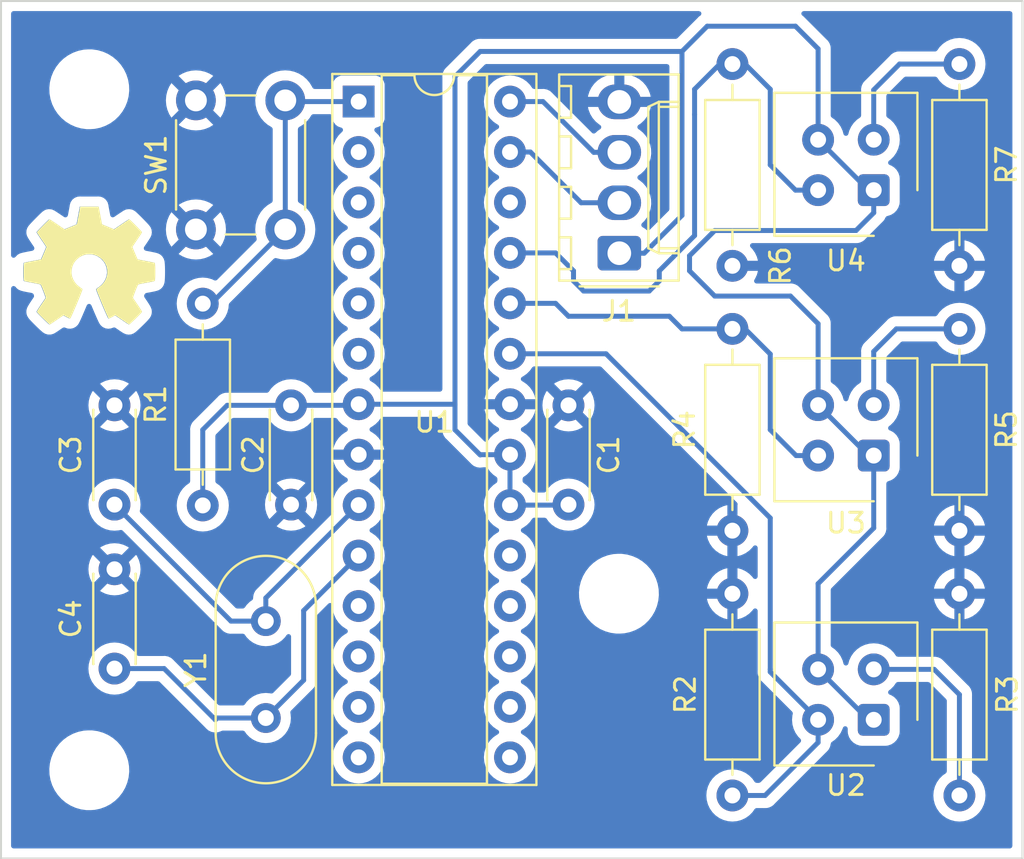
<source format=kicad_pcb>
(kicad_pcb (version 20211014) (generator pcbnew)
  (title_block (title "Line tracking sensor board") (date "2022-01-08") (rev "0.1.0") (comment 1 "Location: https://github.com/atlas144/mals") (comment 2 "SPDX-License-Identifier: CERN-OHL-S-2.0") (comment 3 "Author: Jakub Švarc (jakubsvarc@protonmail.com)"))
  (layers (0 "F.Cu" signal) (31 "B.Cu" signal) (34 "B.Paste" user) (35 "F.Paste" user) (36 "B.SilkS" user "B.Silkscreen") (37 "F.SilkS" user "F.Silkscreen") (38 "B.Mask" user) (39 "F.Mask" user) (44 "Edge.Cuts" user))
  (net 0 "")
  (net 1 "+5V")
  (net 2 "GND")
  (net 3 "Net-(C3-Pad1)")
  (net 4 "Net-(C4-Pad1)")
  (net 5 "Net-(U1-Pad27)")
  (net 6 "Net-(U1-Pad28)")
  (net 7 "Net-(R1-Pad2)")
  (net 8 "Net-(U2-Pad4)")
  (net 9 "Net-(U2-Pad2)")
  (net 10 "Net-(U1-Pad24)")
  (net 11 "Net-(U3-Pad2)")
  (net 12 "Net-(U1-Pad25)")
  (net 13 "Net-(U4-Pad2)")
  (footprint "MountingHole:MountingHole_3mm" (layer "F.Cu") (at 53.0225 74.295)
    (fp_text reference "REF3" hide)
    (fp_text value "MountingHole_3mm" hide)
    (pad "" np_thru_hole circle locked (at 0 0) (size 3 3) (drill 3) (layers *.Cu *.Mask))
  )
  (footprint "Resistor_THT:R_Axial_DIN0207_L6.3mm_D2.5mm_P10.16mm_Horizontal" (layer "F.Cu") (at 96.8375 73.025 -90)
    (fp_text reference "R7" (at 5.08 -2.37 90) (layer "F.SilkS"))
    (fp_text value "220 Ω")
    (fp_line (start 1.81 -1.37) (end 1.81 1.37) (layer "F.SilkS") (width 0.12))
    (fp_line (start 1.04 0) (end 1.81 0) (layer "F.SilkS") (width 0.12))
    (fp_line (start 8.35 -1.37) (end 1.81 -1.37) (layer "F.SilkS") (width 0.12))
    (fp_line (start 8.35 1.37) (end 8.35 -1.37) (layer "F.SilkS") (width 0.12))
    (fp_line (start 9.12 0) (end 8.35 0) (layer "F.SilkS") (width 0.12))
    (fp_line (start 1.81 1.37) (end 8.35 1.37) (layer "F.SilkS") (width 0.12))
    (pad "1" thru_hole circle locked (at 0 0 270) (size 1.6 1.6) (drill 0.8) (layers *.Cu *.Mask) (net 13 "Net-(U4-Pad2)"))
    (pad "2" thru_hole oval locked (at 10.16 0 270) (size 1.6 1.6) (drill 0.8) (layers *.Cu *.Mask) (net 2 "GND"))
  )
  (footprint "Resistor_THT:R_Axial_DIN0207_L6.3mm_D2.5mm_P10.16mm_Horizontal" (layer "F.Cu") (at 85.4075 109.855 90)
    (fp_text reference "R2" (at 5.08 -2.37 90) (layer "F.SilkS"))
    (fp_text value "10 kΩ")
    (fp_line (start 9.12 0) (end 8.35 0) (layer "F.SilkS") (width 0.12))
    (fp_line (start 1.81 -1.37) (end 1.81 1.37) (layer "F.SilkS") (width 0.12))
    (fp_line (start 1.04 0) (end 1.81 0) (layer "F.SilkS") (width 0.12))
    (fp_line (start 1.81 1.37) (end 8.35 1.37) (layer "F.SilkS") (width 0.12))
    (fp_line (start 8.35 -1.37) (end 1.81 -1.37) (layer "F.SilkS") (width 0.12))
    (fp_line (start 8.35 1.37) (end 8.35 -1.37) (layer "F.SilkS") (width 0.12))
    (pad "1" thru_hole circle locked (at 0 0 90) (size 1.6 1.6) (drill 0.8) (layers *.Cu *.Mask) (net 8 "Net-(U2-Pad4)"))
    (pad "2" thru_hole oval locked (at 10.16 0 90) (size 1.6 1.6) (drill 0.8) (layers *.Cu *.Mask) (net 2 "GND"))
  )
  (footprint "Resistor_THT:R_Axial_DIN0207_L6.3mm_D2.5mm_P10.16mm_Horizontal" (layer "F.Cu") (at 58.7375 95.25 90)
    (fp_text reference "R1" (at 5.08 -2.37 90) (layer "F.SilkS"))
    (fp_text value "10 kΩ")
    (fp_line (start 8.35 -1.37) (end 1.81 -1.37) (layer "F.SilkS") (width 0.12))
    (fp_line (start 1.81 -1.37) (end 1.81 1.37) (layer "F.SilkS") (width 0.12))
    (fp_line (start 1.81 1.37) (end 8.35 1.37) (layer "F.SilkS") (width 0.12))
    (fp_line (start 8.35 1.37) (end 8.35 -1.37) (layer "F.SilkS") (width 0.12))
    (fp_line (start 1.04 0) (end 1.81 0) (layer "F.SilkS") (width 0.12))
    (fp_line (start 9.12 0) (end 8.35 0) (layer "F.SilkS") (width 0.12))
    (pad "1" thru_hole circle locked (at 0 0 90) (size 1.6 1.6) (drill 0.8) (layers *.Cu *.Mask) (net 1 "+5V"))
    (pad "2" thru_hole oval locked (at 10.16 0 90) (size 1.6 1.6) (drill 0.8) (layers *.Cu *.Mask) (net 7 "Net-(R1-Pad2)"))
  )
  (footprint "OptoDevice:Vishay_CNY70" (layer "F.Cu") (at 92.5225 92.74 180)
    (fp_text reference "U3" (at 1.4 -3.399) (layer "F.SilkS"))
    (fp_text value "CNY70")
    (fp_line (start 5 4.9) (end 5 -2.3) (layer "F.SilkS") (width 0.12))
    (fp_line (start -2.2 0) (end -2.2 4.9) (layer "F.SilkS") (width 0.12))
    (fp_line (start 5 -2.3) (end 0 -2.3) (layer "F.SilkS") (width 0.12))
    (fp_line (start -2.2 4.9) (end 5 4.9) (layer "F.SilkS") (width 0.12))
    (pad "1" thru_hole roundrect locked (at 0 0 180) (size 1.6 1.6) (drill 0.8) (layers *.Cu *.Mask) (roundrect_rratio 0.156) (net 1 "+5V"))
    (pad "2" thru_hole circle locked (at 0 2.54 180) (size 1.6 1.6) (drill 0.8) (layers *.Cu *.Mask) (net 11 "Net-(U3-Pad2)"))
    (pad "3" thru_hole circle locked (at 2.8 2.54 180) (size 1.6 1.6) (drill 0.8) (layers *.Cu *.Mask) (net 1 "+5V"))
    (pad "4" thru_hole circle locked (at 2.8 0 180) (size 1.6 1.6) (drill 0.8) (layers *.Cu *.Mask) (net 10 "Net-(U1-Pad24)"))
  )
  (footprint "Resistor_THT:R_Axial_DIN0207_L6.3mm_D2.5mm_P10.16mm_Horizontal" (layer "F.Cu") (at 85.4075 86.36 -90)
    (fp_text reference "R4" (at 5.08 2.413 90) (layer "F.SilkS"))
    (fp_text value "10 kΩ")
    (fp_line (start 8.35 1.37) (end 8.35 -1.37) (layer "F.SilkS") (width 0.12))
    (fp_line (start 1.04 0) (end 1.81 0) (layer "F.SilkS") (width 0.12))
    (fp_line (start 8.35 -1.37) (end 1.81 -1.37) (layer "F.SilkS") (width 0.12))
    (fp_line (start 1.81 -1.37) (end 1.81 1.37) (layer "F.SilkS") (width 0.12))
    (fp_line (start 9.12 0) (end 8.35 0) (layer "F.SilkS") (width 0.12))
    (fp_line (start 1.81 1.37) (end 8.35 1.37) (layer "F.SilkS") (width 0.12))
    (pad "1" thru_hole circle locked (at 0 0 270) (size 1.6 1.6) (drill 0.8) (layers *.Cu *.Mask) (net 10 "Net-(U1-Pad24)"))
    (pad "2" thru_hole oval locked (at 10.16 0 270) (size 1.6 1.6) (drill 0.8) (layers *.Cu *.Mask) (net 2 "GND"))
  )
  (footprint "Resistor_THT:R_Axial_DIN0207_L6.3mm_D2.5mm_P10.16mm_Horizontal" (layer "F.Cu") (at 96.8375 109.855 90)
    (fp_text reference "R3" (at 5.08 2.413 90) (layer "F.SilkS"))
    (fp_text value "220 Ω")
    (fp_line (start 1.81 1.37) (end 8.35 1.37) (layer "F.SilkS") (width 0.12))
    (fp_line (start 1.04 0) (end 1.81 0) (layer "F.SilkS") (width 0.12))
    (fp_line (start 1.81 -1.37) (end 1.81 1.37) (layer "F.SilkS") (width 0.12))
    (fp_line (start 8.35 -1.37) (end 1.81 -1.37) (layer "F.SilkS") (width 0.12))
    (fp_line (start 8.35 1.37) (end 8.35 -1.37) (layer "F.SilkS") (width 0.12))
    (fp_line (start 9.12 0) (end 8.35 0) (layer "F.SilkS") (width 0.12))
    (pad "1" thru_hole circle locked (at 0 0 90) (size 1.6 1.6) (drill 0.8) (layers *.Cu *.Mask) (net 9 "Net-(U2-Pad2)"))
    (pad "2" thru_hole oval locked (at 10.16 0 90) (size 1.6 1.6) (drill 0.8) (layers *.Cu *.Mask) (net 2 "GND"))
  )
  (footprint "Capacitor_THT:C_Disc_D4.3mm_W1.9mm_P5.00mm" (layer "F.Cu") (at 77.1525 95.21 90)
    (fp_text reference "C1" (at 2.5 2.032 90) (layer "F.SilkS"))
    (fp_text value "100 nF")
    (fp_line (start 0.23 1.07) (end 4.77 1.07) (layer "F.SilkS") (width 0.12))
    (fp_line (start 0.23 1.055) (end 0.23 1.07) (layer "F.SilkS") (width 0.12))
    (fp_line (start 4.77 -1.07) (end 4.77 -1.055) (layer "F.SilkS") (width 0.12))
    (fp_line (start 4.77 1.055) (end 4.77 1.07) (layer "F.SilkS") (width 0.12))
    (fp_line (start 0.23 -1.07) (end 4.77 -1.07) (layer "F.SilkS") (width 0.12))
    (fp_line (start 0.23 -1.07) (end 0.23 -1.055) (layer "F.SilkS") (width 0.12))
    (pad "1" thru_hole circle locked (at 0 0 90) (size 1.6 1.6) (drill 0.8) (layers *.Cu *.Mask) (net 1 "+5V"))
    (pad "2" thru_hole circle locked (at 5 0 90) (size 1.6 1.6) (drill 0.8) (layers *.Cu *.Mask) (net 2 "GND"))
  )
  (footprint "MountingHole:MountingHole_3mm" (layer "F.Cu") (at 79.6925 99.695)
    (fp_text reference "REF5" hide)
    (fp_text value "MountingHole_3mm" hide)
    (pad "" np_thru_hole circle locked (at 0 0) (size 3 3) (drill 3) (layers *.Cu *.Mask))
  )
  (footprint "Button_Switch_THT:SW_PUSH_6mm_H5mm" (layer "F.Cu") (at 58.3925 81.355 90)
    (fp_text reference "SW1" (at 3.25 -2 90) (layer "F.SilkS"))
    (fp_text value "SW_Push")
    (fp_line (start 6.75 3) (end 6.75 1.5) (layer "F.SilkS") (width 0.12))
    (fp_line (start 1 5.5) (end 5.5 5.5) (layer "F.SilkS") (width 0.12))
    (fp_line (start -0.25 1.5) (end -0.25 3) (layer "F.SilkS") (width 0.12))
    (fp_line (start 5.5 -1) (end 1 -1) (layer "F.SilkS") (width 0.12))
    (pad "1" thru_hole circle locked (at 0 0 180) (size 2 2) (drill 1.1) (layers *.Cu *.Mask) (net 2 "GND"))
    (pad "1" thru_hole circle locked (at 6.5 0 180) (size 2 2) (drill 1.1) (layers *.Cu *.Mask) (net 2 "GND"))
    (pad "2" thru_hole circle locked (at 6.5 4.5 180) (size 2 2) (drill 1.1) (layers *.Cu *.Mask) (net 7 "Net-(R1-Pad2)"))
    (pad "2" thru_hole circle locked (at 0 4.5 180) (size 2 2) (drill 1.1) (layers *.Cu *.Mask) (net 7 "Net-(R1-Pad2)"))
  )
  (footprint "OptoDevice:Vishay_CNY70" (layer "F.Cu") (at 92.5225 79.375 180)
    (fp_text reference "U4" (at 1.4 -3.556) (layer "F.SilkS"))
    (fp_text value "CNY70")
    (fp_line (start -2.2 4.9) (end 5 4.9) (layer "F.SilkS") (width 0.12))
    (fp_line (start 5 -2.3) (end 0 -2.3) (layer "F.SilkS") (width 0.12))
    (fp_line (start -2.2 0) (end -2.2 4.9) (layer "F.SilkS") (width 0.12))
    (fp_line (start 5 4.9) (end 5 -2.3) (layer "F.SilkS") (width 0.12))
    (pad "1" thru_hole roundrect locked (at 0 0 180) (size 1.6 1.6) (drill 0.8) (layers *.Cu *.Mask) (roundrect_rratio 0.156) (net 1 "+5V"))
    (pad "2" thru_hole circle locked (at 0 2.54 180) (size 1.6 1.6) (drill 0.8) (layers *.Cu *.Mask) (net 13 "Net-(U4-Pad2)"))
    (pad "3" thru_hole circle locked (at 2.8 2.54 180) (size 1.6 1.6) (drill 0.8) (layers *.Cu *.Mask) (net 1 "+5V"))
    (pad "4" thru_hole circle locked (at 2.8 0 180) (size 1.6 1.6) (drill 0.8) (layers *.Cu *.Mask) (net 12 "Net-(U1-Pad25)"))
  )
  (footprint "Capacitor_THT:C_Disc_D4.3mm_W1.9mm_P5.00mm" (layer "F.Cu") (at 63.1825 90.21 -90)
    (fp_text reference "C2" (at 2.5 1.905 90) (layer "F.SilkS"))
    (fp_text value "100 nF")
    (fp_line (start 0.23 1.07) (end 4.77 1.07) (layer "F.SilkS") (width 0.12))
    (fp_line (start 0.23 -1.07) (end 0.23 -1.055) (layer "F.SilkS") (width 0.12))
    (fp_line (start 4.77 1.055) (end 4.77 1.07) (layer "F.SilkS") (width 0.12))
    (fp_line (start 4.77 -1.07) (end 4.77 -1.055) (layer "F.SilkS") (width 0.12))
    (fp_line (start 0.23 1.055) (end 0.23 1.07) (layer "F.SilkS") (width 0.12))
    (fp_line (start 0.23 -1.07) (end 4.77 -1.07) (layer "F.SilkS") (width 0.12))
    (pad "1" thru_hole circle locked (at 0 0 270) (size 1.6 1.6) (drill 0.8) (layers *.Cu *.Mask) (net 1 "+5V"))
    (pad "2" thru_hole circle locked (at 5 0 270) (size 1.6 1.6) (drill 0.8) (layers *.Cu *.Mask) (net 2 "GND"))
  )
  (footprint "Symbol:OSHW-Symbol_6.7x6mm_SilkScreen" (layer "F.Cu") (at 53.0225 83.185)
    (fp_text reference "REF2" hide)
    (fp_text value "OSHW-Symbol_6.7x6mm_SilkScreen" hide)
    (fp_poly (pts (xy 0.555814 -2.531069) (xy 0.639635 -2.086445) (xy 0.94892 -1.958947) (xy 1.258206 -1.831449) (xy 1.629246 -2.083754) (xy 1.733157 -2.154004) (xy 1.827087 -2.216728) (xy 1.906652 -2.269062) (xy 1.96747 -2.308143) (xy 2.005157 -2.331107) (xy 2.015421 -2.336058) (xy 2.03391 -2.323324) (xy 2.07342 -2.288118) (xy 2.129522 -2.234938) (xy 2.197787 -2.168282) (xy 2.273786 -2.092646) (xy 2.353092 -2.012528) (xy 2.431275 -1.932426) (xy 2.503907 -1.856836) (xy 2.566559 -1.790255) (xy 2.614803 -1.737182) (xy 2.64421 -1.702113) (xy 2.651241 -1.690377) (xy 2.641123 -1.66874) (xy 2.612759 -1.621338) (xy 2.569129 -1.552807) (xy 2.513218 -1.467785) (xy 2.448006 -1.370907) (xy 2.410219 -1.31565) (xy 2.341343 -1.214752) (xy 2.28014 -1.123701) (xy 2.229578 -1.04703) (xy 2.192628 -0.989272) (xy 2.172258 -0.954957) (xy 2.169197 -0.947746) (xy 2.176136 -0.927252) (xy 2.195051 -0.879487) (xy 2.223087 -0.811168) (xy 2.257391 -0.729011) (xy 2.295109 -0.63973) (xy 2.333387 -0.550042) (xy 2.36937 -0.466662) (xy 2.400206 -0.396306) (xy 2.423039 -0.34569) (xy 2.435017 -0.321529) (xy 2.435724 -0.320578) (xy 2.454531 -0.315964) (xy 2.504618 -0.305672) (xy 2.580793 -0.290713) (xy 2.677865 -0.272099) (xy 2.790643 -0.250841) (xy 2.856442 -0.238582) (xy 2.97695 -0.215638) (xy 3.085797 -0.193805) (xy 3.177476 -0.174278) (xy 3.246481 -0.158252) (xy 3.287304 -0.146921) (xy 3.295511 -0.143326) (xy 3.303548 -0.118994) (xy 3.310033 -0.064041) (xy 3.31497 0.015108) (xy 3.318364 0.112026) (xy 3.320218 0.220287) (xy 3.320538 0.333465) (xy 3.319327 0.445135) (xy 3.31659 0.548868) (xy 3.312331 0.638241) (xy 3.306555 0.706826) (xy 3.299267 0.748197) (xy 3.294895 0.75681) (xy 3.268764 0.767133) (xy 3.213393 0.781892) (xy 3.136107 0.799352) (xy 3.04423 0.81778) (xy 3.012158 0.823741) (xy 2.857524 0.852066) (xy 2.735375 0.874876) (xy 2.641673 0.89308) (xy 2.572384 0.907583) (xy 2.523471 0.919292) (xy 2.490897 0.929115) (xy 2.470628 0.937956) (xy 2.458626 0.946724) (xy 2.456947 0.948457) (xy 2.440184 0.976371) (xy 2.414614 1.030695) (xy 2.382788 1.104777) (xy 2.34726 1.191965) (xy 2.310583 1.285608) (xy 2.275311 1.379052) (xy 2.243996 1.465647) (xy 2.219193 1.53874) (xy 2.203454 1.591678) (xy 2.199332 1.617811) (xy 2.199676 1.618726) (xy 2.213641 1.640086) (xy 2.245322 1.687084) (xy 2.291391 1.754827) (xy 2.348518 1.838423) (xy 2.413373 1.932982) (xy 2.431843 1.959854) (xy 2.497699 2.057275) (xy 2.55565 2.146163) (xy 2.602538 2.221412) (xy 2.635207 2.27792) (xy 2.6505 2.310581) (xy 2.651241 2.314593) (xy 2.638392 2.335684) (xy 2.602888 2.377464) (xy 2.549293 2.435445) (xy 2.482171 2.505135) (xy 2.406087 2.582045) (xy 2.325604 2.661683) (xy 2.245287 2.739561) (xy 2.169699 2.811186) (xy 2.103405 2.87207) (xy 2.050969 2.917721) (xy 2.016955 2.94365) (xy 2.007545 2.947883) (xy 1.985643 2.937912) (xy 1.9408 2.91102) (xy 1.880321 2.871736) (xy 1.833789 2.840117) (xy 1.749475 2.782098) (xy 1.649626 2.713784) (xy 1.549473 2.645579) (xy 1.495627 2.609075) (xy 1.313371 2.4858) (xy 1.160381 2.56852) (xy 1.090682 2.604759) (xy 1.031414 2.632926) (xy 0.991311 2.648991) (xy 0.981103 2.651226) (xy 0.968829 2.634722) (xy 0.944613 2.588082) (xy 0.910263 2.515609) (xy 0.867588 2.421606) (xy 0.818394 2.310374) (xy 0.76449 2.186215) (xy 0.707684 2.053432) (xy 0.649782 1.916327) (xy 0.592593 1.779202) (xy 0.537924 1.646358) (xy 0.487584 1.522098) (xy 0.44338 1.410725) (xy 0.407119 1.316539) (xy 0.380609 1.243844) (xy 0.365658 1.196941) (xy 0.363254 1.180833) (xy 0.382311 1.160286) (xy 0.424036 1.126933) (xy 0.479706 1.087702) (xy 0.484378 1.084599) (xy 0.628264 0.969423) (xy 0.744283 0.835053) (xy 0.83143 0.685784) (xy 0.888699 0.525913) (xy 0.915086 0.359737) (xy 0.909585 0.191552) (xy 0.87119 0.025655) (xy 0.798895 -0.133658) (xy 0.777626 -0.168513) (xy 0.666996 -0.309263) (xy 0.536302 -0.422286) (xy 0.390064 -0.506997) (xy 0.232808 -0.562806) (xy 0.069057 -0.589126) (xy -0.096667 -0.58537) (xy -0.259838 -0.55095) (xy -0.415935 -0.485277) (xy -0.560433 -0.387765) (xy -0.605131 -0.348187) (xy -0.718888 -0.224297) (xy -0.801782 -0.093876) (xy -0.858644 0.052315) (xy -0.890313 0.197088) (xy -0.898131 0.35986) (xy -0.872062 0.52344) (xy -0.814755 0.682298) (xy -0.728856 0.830906) (xy -0.617014 0.963735) (xy -0.481877 1.075256) (xy -0.464117 1.087011) (xy -0.40785 1.125508) (xy -0.365077 1.158863) (xy -0.344628 1.18016) (xy -0.344331 1.180833) (xy -0.348721 1.203871) (xy -0.366124 1.256157) (xy -0.394732 1.33339) (xy -0.432735 1.431268) (xy -0.478326 1.545491) (xy -0.529697 1.671758) (xy -0.585038 1.805767) (xy -0.642542 1.943218) (xy -0.700399 2.079808) (xy -0.756802 2.211237) (xy -0.809942 2.333205) (xy -0.85801 2.441409) (xy -0.899199 2.531549) (xy -0.931699 2.599323) (xy -0.953703 2.64043) (xy -0.962564 2.651226) (xy -0.98964 2.642819) (xy -1.040303 2.620272) (xy -1.105817 2.587613) (xy -1.141841 2.56852) (xy -1.294832 2.4858) (xy -1.477088 2.609075) (xy -1.570125 2.672228) (xy -1.671985 2.741727) (xy -1.767438 2.807165) (xy -1.81525 2.840117) (xy -1.882495 2.885273) (xy -1.939436 2.921057) (xy -1.978646 2.942938) (xy -1.991381 2.947563) (xy -2.009917 2.935085) (xy -2.050941 2.900252) (xy -2.110475 2.846678) (xy -2.184542 2.777983) (xy -2.269165 2.697781) (xy -2.322685 2.646286) (xy -2.416319 2.554286) (xy -2.497241 2.471999) (xy -2.562177 2.402945) (xy -2.607858 2.350644) (xy -2.631011 2.318616) (xy -2.633232 2.312116) (xy -2.622924 2.287394) (xy -2.594439 2.237405) (xy -2.550937 2.167212) (xy -2.495577 2.081875) (xy -2.43152 1.986456) (xy -2.413303 1.959854) (xy -2.346927 1.863167) (xy -2.287378 1.776117) (xy -2.237984 1.703595) (xy -2.202075 1.650493) (xy -2.182981 1.621703) (xy -2.181136 1.618726) (xy -2.183895 1.595782) (xy -2.198538 1.545336) (xy -2.222513 1.474041) (xy -2.253266 1.388547) (xy -2.288244 1.295507) (xy -2.324893 1.201574) (xy -2.360661 1.113399) (xy -2.392994 1.037634) (xy -2.419338 0.980931) (xy -2.437142 0.949943) (xy -2.438407 0.948457) (xy -2.449294 0.939601) (xy -2.467682 0.930843) (xy -2.497606 0.921277) (xy -2.543103 0.909996) (xy -2.608209 0.896093) (xy -2.696961 0.878663) (xy -2.813393 0.856798) (xy -2.961542 0.829591) (xy -2.993618 0.823741) (xy -3.088686 0.805374) (xy -3.171565 0.787405) (xy -3.23493 0.771569) (xy -3.271458 0.7596) (xy -3.276356 0.75681) (xy -3.284427 0.732072) (xy -3.290987 0.67679) (xy -3.296033 0.597389) (xy -3.299559 0.500296) (xy -3.301561 0.391938) (xy -3.302036 0.27874) (xy -3.300977 0.167128) (xy -3.298382 0.063529) (xy -3.294246 -0.025632) (xy -3.288563 -0.093928) (xy -3.281331 -0.134934) (xy -3.276971 -0.143326) (xy -3.252698 -0.151792) (xy -3.197426 -0.165565) (xy -3.116662 -0.18345) (xy -3.015912 -0.204252) (xy -2.900683 -0.226777) (xy -2.837902 -0.238582) (xy -2.718787 -0.260849) (xy -2.612565 -0.281021) (xy -2.524427 -0.298085) (xy -2.459566 -0.311031) (xy -2.423174 -0.318845) (xy -2.417184 -0.320578) (xy -2.407061 -0.34011) (xy -2.385662 -0.387157) (xy -2.355839 -0.454997) (xy -2.320445 -0.536909) (xy -2.282332 -0.626172) (xy -2.244353 -0.716065) (xy -2.20936 -0.799865) (xy -2.180206 -0.870853) (xy -2.159743 -0.922306) (xy -2.150823 -0.947503) (xy -2.150657 -0.948604) (xy -2.160769 -0.968481) (xy -2.189117 -1.014223) (xy -2.232723 -1.081283) (xy -2.288606 -1.165116) (xy -2.353787 -1.261174) (xy -2.391679 -1.31635) (xy -2.460725 -1.417519) (xy -2.52205 -1.50937) (xy -2.572663 -1.587256) (xy -2.609571 -1.646531) (xy -2.629782 -1.682549) (xy -2.632701 -1.690623) (xy -2.620153 -1.709416) (xy -2.585463 -1.749543) (xy -2.533063 -1.806507) (xy -2.467384 -1.875815) (xy -2.392856 -1.952969) (xy -2.313913 -2.033475) (xy -2.234983 -2.112837) (xy -2.1605 -2.18656) (xy -2.094894 -2.250148) (xy -2.042596 -2.299106) (xy -2.008039 -2.328939) (xy -1.996478 -2.336058) (xy -1.977654 -2.326047) (xy -1.932631 -2.297922) (xy -1.865787 -2.254546) (xy -1.781499 -2.198782) (xy -1.684144 -2.133494) (xy -1.610707 -2.083754) (xy -1.239667 -1.831449) (xy -0.621095 -2.086445) (xy -0.537275 -2.531069) (xy -0.453454 -2.975693) (xy 0.471994 -2.975693) (xy 0.555814 -2.531069)) (layer "F.SilkS") (width 0.01) (fill solid))
  )
  (footprint "MountingHole:MountingHole_3mm" (layer "F.Cu") (at 53.0225 108.585)
    (fp_text reference "REF4" hide)
    (fp_text value "MountingHole_3mm" hide)
    (pad "" np_thru_hole circle locked (at 0 0) (size 3 3) (drill 3) (layers *.Cu *.Mask))
  )
  (footprint "Capacitor_THT:C_Disc_D4.3mm_W1.9mm_P5.00mm" (layer "F.Cu") (at 54.2925 95.21 90)
    (fp_text reference "C3" (at 2.5 -2.2 90) (layer "F.SilkS"))
    (fp_text value "22 pF")
    (fp_line (start 4.77 -1.07) (end 4.77 -1.055) (layer "F.SilkS") (width 0.12))
    (fp_line (start 0.23 -1.07) (end 4.77 -1.07) (layer "F.SilkS") (width 0.12))
    (fp_line (start 0.23 1.07) (end 4.77 1.07) (layer "F.SilkS") (width 0.12))
    (fp_line (start 4.77 1.055) (end 4.77 1.07) (layer "F.SilkS") (width 0.12))
    (fp_line (start 0.23 -1.07) (end 0.23 -1.055) (layer "F.SilkS") (width 0.12))
    (fp_line (start 0.23 1.055) (end 0.23 1.07) (layer "F.SilkS") (width 0.12))
    (pad "1" thru_hole circle locked (at 0 0 90) (size 1.6 1.6) (drill 0.8) (layers *.Cu *.Mask) (net 3 "Net-(C3-Pad1)"))
    (pad "2" thru_hole circle locked (at 5 0 90) (size 1.6 1.6) (drill 0.8) (layers *.Cu *.Mask) (net 2 "GND"))
  )
  (footprint "Resistor_THT:R_Axial_DIN0207_L6.3mm_D2.5mm_P10.16mm_Horizontal" (layer "F.Cu") (at 85.4075 73.025 -90)
    (fp_text reference "R6" (at 10.16 -2.413 90) (layer "F.SilkS"))
    (fp_text value "10 kΩ")
    (fp_line (start 1.04 0) (end 1.81 0) (layer "F.SilkS") (width 0.12))
    (fp_line (start 8.35 1.37) (end 8.35 -1.37) (layer "F.SilkS") (width 0.12))
    (fp_line (start 1.81 -1.37) (end 1.81 1.37) (layer "F.SilkS") (width 0.12))
    (fp_line (start 8.35 -1.37) (end 1.81 -1.37) (layer "F.SilkS") (width 0.12))
    (fp_line (start 1.81 1.37) (end 8.35 1.37) (layer "F.SilkS") (width 0.12))
    (fp_line (start 9.12 0) (end 8.35 0) (layer "F.SilkS") (width 0.12))
    (pad "1" thru_hole circle locked (at 0 0 270) (size 1.6 1.6) (drill 0.8) (layers *.Cu *.Mask) (net 12 "Net-(U1-Pad25)"))
    (pad "2" thru_hole oval locked (at 10.16 0 270) (size 1.6 1.6) (drill 0.8) (layers *.Cu *.Mask) (net 2 "GND"))
  )
  (footprint "Capacitor_THT:C_Disc_D4.3mm_W1.9mm_P5.00mm" (layer "F.Cu") (at 54.2925 103.465 90)
    (fp_text reference "C4" (at 2.5 -2.2 90) (layer "F.SilkS"))
    (fp_text value "22 pF")
    (fp_line (start 4.77 -1.07) (end 4.77 -1.055) (layer "F.SilkS") (width 0.12))
    (fp_line (start 0.23 1.07) (end 4.77 1.07) (layer "F.SilkS") (width 0.12))
    (fp_line (start 0.23 -1.07) (end 4.77 -1.07) (layer "F.SilkS") (width 0.12))
    (fp_line (start 0.23 1.055) (end 0.23 1.07) (layer "F.SilkS") (width 0.12))
    (fp_line (start 0.23 -1.07) (end 0.23 -1.055) (layer "F.SilkS") (width 0.12))
    (fp_line (start 4.77 1.055) (end 4.77 1.07) (layer "F.SilkS") (width 0.12))
    (pad "1" thru_hole circle locked (at 0 0 90) (size 1.6 1.6) (drill 0.8) (layers *.Cu *.Mask) (net 4 "Net-(C4-Pad1)"))
    (pad "2" thru_hole circle locked (at 5 0 90) (size 1.6 1.6) (drill 0.8) (layers *.Cu *.Mask) (net 2 "GND"))
  )
  (footprint "OptoDevice:Vishay_CNY70" (layer "F.Cu") (at 92.5225 106.045 180)
    (fp_text reference "U2" (at 1.4 -3.302) (layer "F.SilkS"))
    (fp_text value "CNY70")
    (fp_line (start 5 4.9) (end 5 -2.3) (layer "F.SilkS") (width 0.12))
    (fp_line (start 5 -2.3) (end 0 -2.3) (layer "F.SilkS") (width 0.12))
    (fp_line (start -2.2 0) (end -2.2 4.9) (layer "F.SilkS") (width 0.12))
    (fp_line (start -2.2 4.9) (end 5 4.9) (layer "F.SilkS") (width 0.12))
    (pad "1" thru_hole roundrect locked (at 0 0 180) (size 1.6 1.6) (drill 0.8) (layers *.Cu *.Mask) (roundrect_rratio 0.156) (net 1 "+5V"))
    (pad "2" thru_hole circle locked (at 0 2.54 180) (size 1.6 1.6) (drill 0.8) (layers *.Cu *.Mask) (net 9 "Net-(U2-Pad2)"))
    (pad "3" thru_hole circle locked (at 2.8 2.54 180) (size 1.6 1.6) (drill 0.8) (layers *.Cu *.Mask) (net 1 "+5V"))
    (pad "4" thru_hole circle locked (at 2.8 0 180) (size 1.6 1.6) (drill 0.8) (layers *.Cu *.Mask) (net 8 "Net-(U2-Pad4)"))
  )
  (footprint "Resistor_THT:R_Axial_DIN0207_L6.3mm_D2.5mm_P10.16mm_Horizontal" (layer "F.Cu") (at 96.8375 86.36 -90)
    (fp_text reference "R5" (at 5.08 -2.37 90) (layer "F.SilkS"))
    (fp_text value "220 Ω")
    (fp_line (start 8.35 -1.37) (end 1.81 -1.37) (layer "F.SilkS") (width 0.12))
    (fp_line (start 1.04 0) (end 1.81 0) (layer "F.SilkS") (width 0.12))
    (fp_line (start 8.35 1.37) (end 8.35 -1.37) (layer "F.SilkS") (width 0.12))
    (fp_line (start 9.12 0) (end 8.35 0) (layer "F.SilkS") (width 0.12))
    (fp_line (start 1.81 1.37) (end 8.35 1.37) (layer "F.SilkS") (width 0.12))
    (fp_line (start 1.81 -1.37) (end 1.81 1.37) (layer "F.SilkS") (width 0.12))
    (pad "1" thru_hole circle locked (at 0 0 270) (size 1.6 1.6) (drill 0.8) (layers *.Cu *.Mask) (net 11 "Net-(U3-Pad2)"))
    (pad "2" thru_hole oval locked (at 10.16 0 270) (size 1.6 1.6) (drill 0.8) (layers *.Cu *.Mask) (net 2 "GND"))
  )
  (footprint "Package_DIP:DIP-28_W7.62mm_Socket" (layer "F.Cu") (at 66.5875 74.915)
    (fp_text reference "U1" (at 3.81 16.144) (layer "F.SilkS"))
    (fp_text value "ATmega8L-8PU")
    (fp_line (start 6.46 34.35) (end 6.46 -1.33) (layer "F.SilkS") (width 0.12))
    (fp_line (start 8.95 34.41) (end 8.95 -1.39) (layer "F.SilkS") (width 0.12))
    (fp_line (start 6.46 -1.33) (end 4.81 -1.33) (layer "F.SilkS") (width 0.12))
    (fp_line (start 1.16 34.35) (end 6.46 34.35) (layer "F.SilkS") (width 0.12))
    (fp_line (start 1.16 -1.33) (end 1.16 34.35) (layer "F.SilkS") (width 0.12))
    (fp_line (start -1.33 -1.39) (end -1.33 34.41) (layer "F.SilkS") (width 0.12))
    (fp_line (start 2.81 -1.33) (end 1.16 -1.33) (layer "F.SilkS") (width 0.12))
    (fp_line (start -1.33 34.41) (end 8.95 34.41) (layer "F.SilkS") (width 0.12))
    (fp_line (start 8.95 -1.39) (end -1.33 -1.39) (layer "F.SilkS") (width 0.12))
    (fp_arc (start 4.81 -1.33) (mid 3.81 -0.33) (end 2.81 -1.33) (layer "F.SilkS") (width 0.12))
    (pad "1" thru_hole rect locked (at 0 0) (size 1.6 1.6) (drill 0.8) (layers *.Cu *.Mask) (net 7 "Net-(R1-Pad2)"))
    (pad "2" thru_hole oval locked (at 0 2.54) (size 1.6 1.6) (drill 0.8) (layers *.Cu *.Mask))
    (pad "3" thru_hole oval locked (at 0 5.08) (size 1.6 1.6) (drill 0.8) (layers *.Cu *.Mask))
    (pad "4" thru_hole oval locked (at 0 7.62) (size 1.6 1.6) (drill 0.8) (layers *.Cu *.Mask))
    (pad "5" thru_hole oval locked (at 0 10.16) (size 1.6 1.6) (drill 0.8) (layers *.Cu *.Mask))
    (pad "6" thru_hole oval locked (at 0 12.7) (size 1.6 1.6) (drill 0.8) (layers *.Cu *.Mask))
    (pad "7" thru_hole oval locked (at 0 15.24) (size 1.6 1.6) (drill 0.8) (layers *.Cu *.Mask) (net 1 "+5V"))
    (pad "8" thru_hole oval locked (at 0 17.78) (size 1.6 1.6) (drill 0.8) (layers *.Cu *.Mask) (net 2 "GND"))
    (pad "9" thru_hole oval locked (at 0 20.32) (size 1.6 1.6) (drill 0.8) (layers *.Cu *.Mask) (net 3 "Net-(C3-Pad1)"))
    (pad "10" thru_hole oval locked (at 0 22.86) (size 1.6 1.6) (drill 0.8) (layers *.Cu *.Mask) (net 4 "Net-(C4-Pad1)"))
    (pad "11" thru_hole oval locked (at 0 25.4) (size 1.6 1.6) (drill 0.8) (layers *.Cu *.Mask))
    (pad "12" thru_hole oval locked (at 0 27.94) (size 1.6 1.6) (drill 0.8) (layers *.Cu *.Mask))
    (pad "13" thru_hole oval locked (at 0 30.48) (size 1.6 1.6) (drill 0.8) (layers *.Cu *.Mask))
    (pad "14" thru_hole oval locked (at 0 33.02) (size 1.6 1.6) (drill 0.8) (layers *.Cu *.Mask))
    (pad "15" thru_hole oval locked (at 7.62 33.02) (size 1.6 1.6) (drill 0.8) (layers *.Cu *.Mask))
    (pad "16" thru_hole oval locked (at 7.62 30.48) (size 1.6 1.6) (drill 0.8) (layers *.Cu *.Mask))
    (pad "17" thru_hole oval locked (at 7.62 27.94) (size 1.6 1.6) (drill 0.8) (layers *.Cu *.Mask))
    (pad "18" thru_hole oval locked (at 7.62 25.4) (size 1.6 1.6) (drill 0.8) (layers *.Cu *.Mask))
    (pad "19" thru_hole oval locked (at 7.62 22.86) (size 1.6 1.6) (drill 0.8) (layers *.Cu *.Mask))
    (pad "20" thru_hole oval locked (at 7.62 20.32) (size 1.6 1.6) (drill 0.8) (layers *.Cu *.Mask) (net 1 "+5V"))
    (pad "21" thru_hole oval locked (at 7.62 17.78) (size 1.6 1.6) (drill 0.8) (layers *.Cu *.Mask) (net 1 "+5V"))
    (pad "22" thru_hole oval locked (at 7.62 15.24) (size 1.6 1.6) (drill 0.8) (layers *.Cu *.Mask) (net 2 "GND"))
    (pad "23" thru_hole oval locked (at 7.62 12.7) (size 1.6 1.6) (drill 0.8) (layers *.Cu *.Mask) (net 8 "Net-(U2-Pad4)"))
    (pad "24" thru_hole oval locked (at 7.62 10.16) (size 1.6 1.6) (drill 0.8) (layers *.Cu *.Mask) (net 10 "Net-(U1-Pad24)"))
    (pad "25" thru_hole oval locked (at 7.62 7.62) (size 1.6 1.6) (drill 0.8) (layers *.Cu *.Mask) (net 12 "Net-(U1-Pad25)"))
    (pad "26" thru_hole oval locked (at 7.62 5.08) (size 1.6 1.6) (drill 0.8) (layers *.Cu *.Mask))
    (pad "27" thru_hole oval locked (at 7.62 2.54) (size 1.6 1.6) (drill 0.8) (layers *.Cu *.Mask) (net 5 "Net-(U1-Pad27)"))
    (pad "28" thru_hole oval locked (at 7.62 0) (size 1.6 1.6) (drill 0.8) (layers *.Cu *.Mask) (net 6 "Net-(U1-Pad28)"))
  )
  (footprint "Crystal:Crystal_HC49-4H_Vertical" (layer "F.Cu") (at 61.9125 105.955 90)
    (fp_text reference "Y1" (at 2.44 -3.525 90) (layer "F.SilkS"))
    (fp_text value "16 MHz")
    (fp_line (start -0.76 -2.525) (end 5.64 -2.525) (layer "F.SilkS") (width 0.12))
    (fp_line (start -0.76 2.525) (end 5.64 2.525) (layer "F.SilkS") (width 0.12))
    (fp_arc (start 5.64 -2.525) (mid 8.165 0) (end 5.64 2.525) (layer "F.SilkS") (width 0.12))
    (fp_arc (start -0.76 2.525) (mid -3.285 0) (end -0.76 -2.525) (layer "F.SilkS") (width 0.12))
    (pad "1" thru_hole circle locked (at 0 0 90) (size 1.5 1.5) (drill 0.8) (layers *.Cu *.Mask) (net 4 "Net-(C4-Pad1)"))
    (pad "2" thru_hole circle locked (at 4.88 0 90) (size 1.5 1.5) (drill 0.8) (layers *.Cu *.Mask) (net 3 "Net-(C3-Pad1)"))
  )
  (footprint "Connector_Molex:Molex_KK-254_AE-6410-04A_1x04_P2.54mm_Vertical" (layer "F.Cu") (at 79.7125 82.55 90)
    (fp_text reference "J1" (at -2.921 -0.02 180) (layer "F.SilkS"))
    (fp_text value "TWI")
    (fp_line (start 0.25 1.46) (end 7.37 1.46) (layer "F.SilkS") (width 0.12))
    (fp_line (start 9 -3.03) (end -1.38 -3.03) (layer "F.SilkS") (width 0.12))
    (fp_line (start 7.37 1.46) (end 7.62 1.99) (layer "F.SilkS") (width 0.12))
    (fp_line (start 9 2.99) (end 9 -3.03) (layer "F.SilkS") (width 0.12))
    (fp_line (start 0 1.99) (end 0.25 1.46) (layer "F.SilkS") (width 0.12))
    (fp_line (start 1.74 -3.03) (end 1.74 -2.43) (layer "F.SilkS") (width 0.12))
    (fp_line (start -0.8 -2.43) (end 0.8 -2.43) (layer "F.SilkS") (width 0.12))
    (fp_line (start 3.34 -2.43) (end 3.34 -3.03) (layer "F.SilkS") (width 0.12))
    (fp_line (start 4.28 -3.03) (end 4.28 -2.43) (layer "F.SilkS") (width 0.12))
    (fp_line (start 0.25 2.99) (end 0.25 1.99) (layer "F.SilkS") (width 0.12))
    (fp_line (start 1.74 -2.43) (end 3.34 -2.43) (layer "F.SilkS") (width 0.12))
    (fp_line (start -1.38 2.99) (end 9 2.99) (layer "F.SilkS") (width 0.12))
    (fp_line (start 6.82 -2.43) (end 8.42 -2.43) (layer "F.SilkS") (width 0.12))
    (fp_line (start 0.8 -2.43) (end 0.8 -3.03) (layer "F.SilkS") (width 0.12))
    (fp_line (start 0 2.99) (end 0 1.99) (layer "F.SilkS") (width 0.12))
    (fp_line (start 4.28 -2.43) (end 5.88 -2.43) (layer "F.SilkS") (width 0.12))
    (fp_line (start 0 1.99) (end 7.62 1.99) (layer "F.SilkS") (width 0.12))
    (fp_line (start -0.8 -3.03) (end -0.8 -2.43) (layer "F.SilkS") (width 0.12))
    (fp_line (start -1.67 -2) (end -1.67 2) (layer "F.SilkS") (width 0.12))
    (fp_line (start 5.88 -2.43) (end 5.88 -3.03) (layer "F.SilkS") (width 0.12))
    (fp_line (start 8.42 -2.43) (end 8.42 -3.03) (layer "F.SilkS") (width 0.12))
    (fp_line (start -1.38 -3.03) (end -1.38 2.99) (layer "F.SilkS") (width 0.12))
    (fp_line (start 6.82 -3.03) (end 6.82 -2.43) (layer "F.SilkS") (width 0.12))
    (fp_line (start 7.37 2.99) (end 7.37 1.99) (layer "F.SilkS") (width 0.12))
    (fp_line (start 7.62 1.99) (end 7.62 2.99) (layer "F.SilkS") (width 0.12))
    (pad "1" thru_hole roundrect locked (at 0 0 90) (size 1.74 2.19) (drill 1.19) (layers *.Cu *.Mask) (roundrect_rratio 0.1436781609) (net 1 "+5V"))
    (pad "2" thru_hole oval locked (at 2.54 0 90) (size 1.74 2.19) (drill 1.19) (layers *.Cu *.Mask) (net 5 "Net-(U1-Pad27)"))
    (pad "3" thru_hole oval locked (at 5.08 0 90) (size 1.74 2.19) (drill 1.19) (layers *.Cu *.Mask) (net 6 "Net-(U1-Pad28)"))
    (pad "4" thru_hole oval locked (at 7.62 0 90) (size 1.74 2.19) (drill 1.19) (layers *.Cu *.Mask) (net 2 "GND"))
  )
  (footprint "Symbol:OSHW-Symbol_6.7x6mm_Copper" (layer "B.Cu") (at 53.0225 83.185 180)
    (fp_text reference "REF1" hide)
    (fp_text value "OSHW-Symbol_6.7x6mm_Copper" hide)
    (fp_poly (pts (xy 0.555814 2.531069) (xy 0.639635 2.086445) (xy 0.94892 1.958947) (xy 1.258206 1.831449) (xy 1.629246 2.083754) (xy 1.733157 2.154004) (xy 1.827087 2.216728) (xy 1.906652 2.269062) (xy 1.96747 2.308143) (xy 2.005157 2.331107) (xy 2.015421 2.336058) (xy 2.03391 2.323324) (xy 2.07342 2.288118) (xy 2.129522 2.234938) (xy 2.197787 2.168282) (xy 2.273786 2.092646) (xy 2.353092 2.012528) (xy 2.431275 1.932426) (xy 2.503907 1.856836) (xy 2.566559 1.790255) (xy 2.614803 1.737182) (xy 2.64421 1.702113) (xy 2.651241 1.690377) (xy 2.641123 1.66874) (xy 2.612759 1.621338) (xy 2.569129 1.552807) (xy 2.513218 1.467785) (xy 2.448006 1.370907) (xy 2.410219 1.31565) (xy 2.341343 1.214752) (xy 2.28014 1.123701) (xy 2.229578 1.04703) (xy 2.192628 0.989272) (xy 2.172258 0.954957) (xy 2.169197 0.947746) (xy 2.176136 0.927252) (xy 2.195051 0.879487) (xy 2.223087 0.811168) (xy 2.257391 0.729011) (xy 2.295109 0.63973) (xy 2.333387 0.550042) (xy 2.36937 0.466662) (xy 2.400206 0.396306) (xy 2.423039 0.34569) (xy 2.435017 0.321529) (xy 2.435724 0.320578) (xy 2.454531 0.315964) (xy 2.504618 0.305672) (xy 2.580793 0.290713) (xy 2.677865 0.272099) (xy 2.790643 0.250841) (xy 2.856442 0.238582) (xy 2.97695 0.215638) (xy 3.085797 0.193805) (xy 3.177476 0.174278) (xy 3.246481 0.158252) (xy 3.287304 0.146921) (xy 3.295511 0.143326) (xy 3.303548 0.118994) (xy 3.310033 0.064041) (xy 3.31497 -0.015108) (xy 3.318364 -0.112026) (xy 3.320218 -0.220287) (xy 3.320538 -0.333465) (xy 3.319327 -0.445135) (xy 3.31659 -0.548868) (xy 3.312331 -0.638241) (xy 3.306555 -0.706826) (xy 3.299267 -0.748197) (xy 3.294895 -0.75681) (xy 3.268764 -0.767133) (xy 3.213393 -0.781892) (xy 3.136107 -0.799352) (xy 3.04423 -0.81778) (xy 3.012158 -0.823741) (xy 2.857524 -0.852066) (xy 2.735375 -0.874876) (xy 2.641673 -0.89308) (xy 2.572384 -0.907583) (xy 2.523471 -0.919292) (xy 2.490897 -0.929115) (xy 2.470628 -0.937956) (xy 2.458626 -0.946724) (xy 2.456947 -0.948457) (xy 2.440184 -0.976371) (xy 2.414614 -1.030695) (xy 2.382788 -1.104777) (xy 2.34726 -1.191965) (xy 2.310583 -1.285608) (xy 2.275311 -1.379052) (xy 2.243996 -1.465647) (xy 2.219193 -1.53874) (xy 2.203454 -1.591678) (xy 2.199332 -1.617811) (xy 2.199676 -1.618726) (xy 2.213641 -1.640086) (xy 2.245322 -1.687084) (xy 2.291391 -1.754827) (xy 2.348518 -1.838423) (xy 2.413373 -1.932982) (xy 2.431843 -1.959854) (xy 2.497699 -2.057275) (xy 2.55565 -2.146163) (xy 2.602538 -2.221412) (xy 2.635207 -2.27792) (xy 2.6505 -2.310581) (xy 2.651241 -2.314593) (xy 2.638392 -2.335684) (xy 2.602888 -2.377464) (xy 2.549293 -2.435445) (xy 2.482171 -2.505135) (xy 2.406087 -2.582045) (xy 2.325604 -2.661683) (xy 2.245287 -2.739561) (xy 2.169699 -2.811186) (xy 2.103405 -2.87207) (xy 2.050969 -2.917721) (xy 2.016955 -2.94365) (xy 2.007545 -2.947883) (xy 1.985643 -2.937912) (xy 1.9408 -2.91102) (xy 1.880321 -2.871736) (xy 1.833789 -2.840117) (xy 1.749475 -2.782098) (xy 1.649626 -2.713784) (xy 1.549473 -2.645579) (xy 1.495627 -2.609075) (xy 1.313371 -2.4858) (xy 1.160381 -2.56852) (xy 1.090682 -2.604759) (xy 1.031414 -2.632926) (xy 0.991311 -2.648991) (xy 0.981103 -2.651226) (xy 0.968829 -2.634722) (xy 0.944613 -2.588082) (xy 0.910263 -2.515609) (xy 0.867588 -2.421606) (xy 0.818394 -2.310374) (xy 0.76449 -2.186215) (xy 0.707684 -2.053432) (xy 0.649782 -1.916327) (xy 0.592593 -1.779202) (xy 0.537924 -1.646358) (xy 0.487584 -1.522098) (xy 0.44338 -1.410725) (xy 0.407119 -1.316539) (xy 0.380609 -1.243844) (xy 0.365658 -1.196941) (xy 0.363254 -1.180833) (xy 0.382311 -1.160286) (xy 0.424036 -1.126933) (xy 0.479706 -1.087702) (xy 0.484378 -1.084599) (xy 0.628264 -0.969423) (xy 0.744283 -0.835053) (xy 0.83143 -0.685784) (xy 0.888699 -0.525913) (xy 0.915086 -0.359737) (xy 0.909585 -0.191552) (xy 0.87119 -0.025655) (xy 0.798895 0.133658) (xy 0.777626 0.168513) (xy 0.666996 0.309263) (xy 0.536302 0.422286) (xy 0.390064 0.506997) (xy 0.232808 0.562806) (xy 0.069057 0.589126) (xy -0.096667 0.58537) (xy -0.259838 0.55095) (xy -0.415935 0.485277) (xy -0.560433 0.387765) (xy -0.605131 0.348187) (xy -0.718888 0.224297) (xy -0.801782 0.093876) (xy -0.858644 -0.052315) (xy -0.890313 -0.197088) (xy -0.898131 -0.35986) (xy -0.872062 -0.52344) (xy -0.814755 -0.682298) (xy -0.728856 -0.830906) (xy -0.617014 -0.963735) (xy -0.481877 -1.075256) (xy -0.464117 -1.087011) (xy -0.40785 -1.125508) (xy -0.365077 -1.158863) (xy -0.344628 -1.18016) (xy -0.344331 -1.180833) (xy -0.348721 -1.203871) (xy -0.366124 -1.256157) (xy -0.394732 -1.33339) (xy -0.432735 -1.431268) (xy -0.478326 -1.545491) (xy -0.529697 -1.671758) (xy -0.585038 -1.805767) (xy -0.642542 -1.943218) (xy -0.700399 -2.079808) (xy -0.756802 -2.211237) (xy -0.809942 -2.333205) (xy -0.85801 -2.441409) (xy -0.899199 -2.531549) (xy -0.931699 -2.599323) (xy -0.953703 -2.64043) (xy -0.962564 -2.651226) (xy -0.98964 -2.642819) (xy -1.040303 -2.620272) (xy -1.105817 -2.587613) (xy -1.141841 -2.56852) (xy -1.294832 -2.4858) (xy -1.477088 -2.609075) (xy -1.570125 -2.672228) (xy -1.671985 -2.741727) (xy -1.767438 -2.807165) (xy -1.81525 -2.840117) (xy -1.882495 -2.885273) (xy -1.939436 -2.921057) (xy -1.978646 -2.942938) (xy -1.991381 -2.947563) (xy -2.009917 -2.935085) (xy -2.050941 -2.900252) (xy -2.110475 -2.846678) (xy -2.184542 -2.777983) (xy -2.269165 -2.697781) (xy -2.322685 -2.646286) (xy -2.416319 -2.554286) (xy -2.497241 -2.471999) (xy -2.562177 -2.402945) (xy -2.607858 -2.350644) (xy -2.631011 -2.318616) (xy -2.633232 -2.312116) (xy -2.622924 -2.287394) (xy -2.594439 -2.237405) (xy -2.550937 -2.167212) (xy -2.495577 -2.081875) (xy -2.43152 -1.986456) (xy -2.413303 -1.959854) (xy -2.346927 -1.863167) (xy -2.287378 -1.776117) (xy -2.237984 -1.703595) (xy -2.202075 -1.650493) (xy -2.182981 -1.621703) (xy -2.181136 -1.618726) (xy -2.183895 -1.595782) (xy -2.198538 -1.545336) (xy -2.222513 -1.474041) (xy -2.253266 -1.388547) (xy -2.288244 -1.295507) (xy -2.324893 -1.201574) (xy -2.360661 -1.113399) (xy -2.392994 -1.037634) (xy -2.419338 -0.980931) (xy -2.437142 -0.949943) (xy -2.438407 -0.948457) (xy -2.449294 -0.939601) (xy -2.467682 -0.930843) (xy -2.497606 -0.921277) (xy -2.543103 -0.909996) (xy -2.608209 -0.896093) (xy -2.696961 -0.878663) (xy -2.813393 -0.856798) (xy -2.961542 -0.829591) (xy -2.993618 -0.823741) (xy -3.088686 -0.805374) (xy -3.171565 -0.787405) (xy -3.23493 -0.771569) (xy -3.271458 -0.7596) (xy -3.276356 -0.75681) (xy -3.284427 -0.732072) (xy -3.290987 -0.67679) (xy -3.296033 -0.597389) (xy -3.299559 -0.500296) (xy -3.301561 -0.391938) (xy -3.302036 -0.27874) (xy -3.300977 -0.167128) (xy -3.298382 -0.063529) (xy -3.294246 0.025632) (xy -3.288563 0.093928) (xy -3.281331 0.134934) (xy -3.276971 0.143326) (xy -3.252698 0.151792) (xy -3.197426 0.165565) (xy -3.116662 0.18345) (xy -3.015912 0.204252) (xy -2.900683 0.226777) (xy -2.837902 0.238582) (xy -2.718787 0.260849) (xy -2.612565 0.281021) (xy -2.524427 0.298085) (xy -2.459566 0.311031) (xy -2.423174 0.318845) (xy -2.417184 0.320578) (xy -2.407061 0.34011) (xy -2.385662 0.387157) (xy -2.355839 0.454997) (xy -2.320445 0.536909) (xy -2.282332 0.626172) (xy -2.244353 0.716065) (xy -2.20936 0.799865) (xy -2.180206 0.870853) (xy -2.159743 0.922306) (xy -2.150823 0.947503) (xy -2.150657 0.948604) (xy -2.160769 0.968481) (xy -2.189117 1.014223) (xy -2.232723 1.081283) (xy -2.288606 1.165116) (xy -2.353787 1.261174) (xy -2.391679 1.31635) (xy -2.460725 1.417519) (xy -2.52205 1.50937) (xy -2.572663 1.587256) (xy -2.609571 1.646531) (xy -2.629782 1.682549) (xy -2.632701 1.690623) (xy -2.620153 1.709416) (xy -2.585463 1.749543) (xy -2.533063 1.806507) (xy -2.467384 1.875815) (xy -2.392856 1.952969) (xy -2.313913 2.033475) (xy -2.234983 2.112837) (xy -2.1605 2.18656) (xy -2.094894 2.250148) (xy -2.042596 2.299106) (xy -2.008039 2.328939) (xy -1.996478 2.336058) (xy -1.977654 2.326047) (xy -1.932631 2.297922) (xy -1.865787 2.254546) (xy -1.781499 2.198782) (xy -1.684144 2.133494) (xy -1.610707 2.083754) (xy -1.239667 1.831449) (xy -0.621095 2.086445) (xy -0.537275 2.531069) (xy -0.453454 2.975693) (xy 0.471994 2.975693) (xy 0.555814 2.531069)) (layer "B.Cu") (width 0.01) (fill solid))
  )
  (gr_rect (start 48.5775 69.85) (end 100.0125 113.03) (layer "Edge.Cuts") (width 0.1) (fill none))
  (segment (start 79.7125 82.55) (end 80.9625 82.55) (width 0.25) (layer "B.Cu") (net 1))
  (segment (start 80.9625 82.55) (end 82.8675 80.645) (width 0.25) (layer "B.Cu") (net 1))
  (segment (start 92.5225 80.515) (end 91.6305 81.407) (width 0.25) (layer "B.Cu") (net 1))
  (segment (start 82.8675 80.645) (end 82.8675 72.39) (width 0.25) (layer "B.Cu") (net 1))
  (segment (start 89.7225 99.19) (end 92.5225 96.39) (width 0.25) (layer "B.Cu") (net 1))
  (segment (start 88.3285 84.709) (end 89.7225 86.103) (width 0.25) (layer "B.Cu") (net 1))
  (segment (start 89.7225 103.505) (end 92.2625 106.045) (width 0.25) (layer "B.Cu") (net 1))
  (segment (start 71.4225 90.155) (end 71.4375 90.17) (width 0.25) (layer "B.Cu") (net 1))
  (segment (start 63.1825 90.21) (end 66.5325 90.21) (width 0.25) (layer "B.Cu") (net 1))
  (segment (start 89.7225 76.835) (end 92.2625 79.375) (width 0.25) (layer "B.Cu") (net 1))
  (segment (start 92.5225 96.39) (end 92.5225 92.74) (width 0.25) (layer "B.Cu") (net 1))
  (segment (start 82.8675 72.39) (end 84.1375 71.12) (width 0.25) (layer "B.Cu") (net 1))
  (segment (start 84.1375 71.12) (end 88.5825 71.12) (width 0.25) (layer "B.Cu") (net 1))
  (segment (start 74.2075 95.235) (end 77.1275 95.235) (width 0.25) (layer "B.Cu") (net 1))
  (segment (start 59.9675 90.21) (end 58.7375 91.44) (width 0.25) (layer "B.Cu") (net 1))
  (segment (start 77.1275 95.235) (end 77.1525 95.21) (width 0.25) (layer "B.Cu") (net 1))
  (segment (start 84.5185 84.709) (end 88.3285 84.709) (width 0.25) (layer "B.Cu") (net 1))
  (segment (start 88.5825 71.12) (end 89.7225 72.26) (width 0.25) (layer "B.Cu") (net 1))
  (segment (start 71.4375 73.66) (end 72.7075 72.39) (width 0.25) (layer "B.Cu") (net 1))
  (segment (start 92.5225 79.375) (end 92.5225 80.515) (width 0.25) (layer "B.Cu") (net 1))
  (segment (start 89.7225 86.103) (end 89.7225 90.2) (width 0.25) (layer "B.Cu") (net 1))
  (segment (start 71.4375 90.17) (end 71.4375 91.44) (width 0.25) (layer "B.Cu") (net 1))
  (segment (start 72.7225 92.695) (end 74.2075 92.695) (width 0.25) (layer "B.Cu") (net 1))
  (segment (start 89.7225 103.505) (end 89.7225 99.19) (width 0.25) (layer "B.Cu") (net 1))
  (segment (start 63.1825 90.21) (end 59.9675 90.21) (width 0.25) (layer "B.Cu") (net 1))
  (segment (start 92.2625 79.375) (end 92.5225 79.375) (width 0.25) (layer "B.Cu") (net 1))
  (segment (start 92.2625 92.74) (end 92.5225 92.74) (width 0.25) (layer "B.Cu") (net 1))
  (segment (start 91.6305 81.407) (end 84.5185 81.407) (width 0.25) (layer "B.Cu") (net 1))
  (segment (start 66.5875 90.155) (end 71.4225 90.155) (width 0.25) (layer "B.Cu") (net 1))
  (segment (start 83.2485 83.439) (end 84.5185 84.709) (width 0.25) (layer "B.Cu") (net 1))
  (segment (start 92.2625 106.045) (end 92.5225 106.045) (width 0.25) (layer "B.Cu") (net 1))
  (segment (start 71.4375 91.44) (end 72.7075 92.71) (width 0.25) (layer "B.Cu") (net 1))
  (segment (start 84.5185 81.407) (end 83.2485 82.677) (width 0.25) (layer "B.Cu") (net 1))
  (segment (start 83.2485 82.677) (end 83.2485 83.439) (width 0.25) (layer "B.Cu") (net 1))
  (segment (start 58.7375 91.44) (end 58.7375 95.25) (width 0.25) (layer "B.Cu") (net 1))
  (segment (start 89.7225 72.26) (end 89.7225 76.835) (width 0.25) (layer "B.Cu") (net 1))
  (segment (start 66.5325 90.21) (end 66.5875 90.155) (width 0.25) (layer "B.Cu") (net 1))
  (segment (start 72.7075 72.39) (end 82.8675 72.39) (width 0.25) (layer "B.Cu") (net 1))
  (segment (start 74.2075 92.695) (end 74.2075 95.235) (width 0.25) (layer "B.Cu") (net 1))
  (segment (start 71.4375 90.17) (end 71.4375 73.66) (width 0.25) (layer "B.Cu") (net 1))
  (segment (start 89.7225 90.2) (end 92.2625 92.74) (width 0.25) (layer "B.Cu") (net 1))
  (segment (start 61.9125 99.91) (end 61.9125 101.075) (width 0.25) (layer "B.Cu") (net 3))
  (segment (start 60.1575 101.075) (end 54.2925 95.21) (width 0.25) (layer "B.Cu") (net 3))
  (segment (start 66.5875 95.235) (end 61.9125 99.91) (width 0.25) (layer "B.Cu") (net 3))
  (segment (start 61.9125 101.075) (end 60.1575 101.075) (width 0.25) (layer "B.Cu") (net 3))
  (segment (start 63.8175 100.545) (end 63.8175 104.05) (width 0.25) (layer "B.Cu") (net 4))
  (segment (start 59.4625 105.955) (end 61.9125 105.955) (width 0.25) (layer "B.Cu") (net 4))
  (segment (start 66.5875 97.775) (end 63.8175 100.545) (width 0.25) (layer "B.Cu") (net 4))
  (segment (start 63.8175 104.05) (end 61.9125 105.955) (width 0.25) (layer "B.Cu") (net 4))
  (segment (start 56.7925 103.465) (end 59.3725 106.045) (width 0.25) (layer "B.Cu") (net 4))
  (segment (start 59.3725 106.045) (end 59.4625 105.955) (width 0.25) (layer "B.Cu") (net 4))
  (segment (start 54.2925 103.465) (end 56.7925 103.465) (width 0.25) (layer "B.Cu") (net 4))
  (segment (start 77.7875 80.01) (end 79.7125 80.01) (width 0.25) (layer "B.Cu") (net 5))
  (segment (start 74.2075 77.455) (end 75.2325 77.455) (width 0.25) (layer "B.Cu") (net 5))
  (segment (start 75.2325 77.455) (end 77.7875 80.01) (width 0.25) (layer "B.Cu") (net 5))
  (segment (start 74.2075 74.915) (end 75.8675 74.915) (width 0.25) (layer "B.Cu") (net 6))
  (segment (start 75.8675 74.915) (end 78.4225 77.47) (width 0.25) (layer "B.Cu") (net 6))
  (segment (start 78.4225 77.47) (end 79.7125 77.47) (width 0.25) (layer "B.Cu") (net 6))
  (segment (start 62.8925 81.355) (end 59.1575 85.09) (width 0.25) (layer "B.Cu") (net 7))
  (segment (start 62.8925 74.855) (end 62.8925 81.355) (width 0.25) (layer "B.Cu") (net 7))
  (segment (start 59.1575 85.09) (end 58.7375 85.09) (width 0.25) (layer "B.Cu") (net 7))
  (segment (start 66.5875 74.915) (end 62.9525 74.915) (width 0.25) (layer "B.Cu") (net 7))
  (segment (start 62.9525 74.915) (end 62.8925 74.855) (width 0.25) (layer "B.Cu") (net 7))
  (segment (start 87.3125 103.635) (end 87.3125 103.505) (width 0.25) (layer "B.Cu") (net 8))
  (segment (start 87.3125 103.505) (end 87.3125 95.885) (width 0.25) (layer "B.Cu") (net 8))
  (segment (start 89.7225 107.185) (end 89.7225 106.045) (width 0.25) (layer "B.Cu") (net 8))
  (segment (start 87.3125 95.885) (end 79.0575 87.63) (width 0.25) (layer "B.Cu") (net 8))
  (segment (start 87.0525 109.855) (end 85.4075 109.855) (width 0.25) (layer "B.Cu") (net 8))
  (segment (start 79.0425 87.615) (end 79.0575 87.63) (width 0.25) (layer "B.Cu") (net 8))
  (segment (start 89.7225 107.185) (end 87.0525 109.855) (width 0.25) (layer "B.Cu") (net 8))
  (segment (start 89.7225 106.045) (end 87.3125 103.635) (width 0.25) (layer "B.Cu") (net 8))
  (segment (start 74.2075 87.615) (end 79.0425 87.615) (width 0.25) (layer "B.Cu") (net 8))
  (segment (start 96.8375 109.855) (end 96.8375 104.775) (width 0.25) (layer "B.Cu") (net 9))
  (segment (start 96.8375 104.775) (end 95.5675 103.505) (width 0.25) (layer "B.Cu") (net 9))
  (segment (start 92.5225 103.505) (end 95.5675 103.505) (width 0.25) (layer "B.Cu") (net 9))
  (segment (start 76.5025 85.075) (end 77.1525 85.725) (width 0.25) (layer "B.Cu") (net 10))
  (segment (start 87.3125 87.63) (end 87.3125 91.44) (width 0.25) (layer "B.Cu") (net 10))
  (segment (start 82.2325 85.725) (end 82.8675 86.36) (width 0.25) (layer "B.Cu") (net 10))
  (segment (start 85.4075 86.36) (end 86.0425 86.36) (width 0.25) (layer "B.Cu") (net 10))
  (segment (start 74.2075 85.075) (end 76.5025 85.075) (width 0.25) (layer "B.Cu") (net 10))
  (segment (start 77.1525 85.725) (end 82.2325 85.725) (width 0.25) (layer "B.Cu") (net 10))
  (segment (start 87.3125 91.44) (end 88.6125 92.74) (width 0.25) (layer "B.Cu") (net 10))
  (segment (start 86.0425 86.36) (end 87.3125 87.63) (width 0.25) (layer "B.Cu") (net 10))
  (segment (start 82.8675 86.36) (end 85.4075 86.36) (width 0.25) (layer "B.Cu") (net 10))
  (segment (start 88.6125 92.74) (end 89.7225 92.74) (width 0.25) (layer "B.Cu") (net 10))
  (segment (start 93.6625 86.36) (end 96.8375 86.36) (width 0.25) (layer "B.Cu") (net 11))
  (segment (start 92.5225 87.5) (end 93.6625 86.36) (width 0.25) (layer "B.Cu") (net 11))
  (segment (start 92.5225 90.2) (end 92.5225 87.5) (width 0.25) (layer "B.Cu") (net 11))
  (segment (start 84.7725 73.025) (end 85.4075 73.025) (width 0.25) (layer "B.Cu") (net 12))
  (segment (start 88.5825 79.375) (end 89.7225 79.375) (width 0.25) (layer "B.Cu") (net 12))
  (segment (start 86.0425 73.025) (end 87.3125 74.295) (width 0.25) (layer "B.Cu") (net 12))
  (segment (start 81.2165 84.455) (end 81.7245 83.947) (width 0.25) (layer "B.Cu") (net 12))
  (segment (start 74.2075 82.535) (end 76.5025 82.535) (width 0.25) (layer "B.Cu") (net 12))
  (segment (start 77.4065 83.439) (end 77.4065 83.947) (width 0.25) (layer "B.Cu") (net 12))
  (segment (start 76.5025 82.535) (end 77.4065 83.439) (width 0.25) (layer "B.Cu") (net 12))
  (segment (start 83.5025 74.295) (end 84.7725 73.025) (width 0.25) (layer "B.Cu") (net 12))
  (segment (start 81.7245 83.439) (end 83.5025 81.661) (width 0.25) (layer "B.Cu") (net 12))
  (segment (start 83.5025 81.661) (end 83.5025 75.565) (width 0.25) (layer "B.Cu") (net 12))
  (segment (start 85.4075 73.025) (end 86.0425 73.025) (width 0.25) (layer "B.Cu") (net 12))
  (segment (start 83.5025 74.295) (end 83.5025 75.565) (width 0.25) (layer "B.Cu") (net 12))
  (segment (start 77.9145 84.455) (end 81.2165 84.455) (width 0.25) (layer "B.Cu") (net 12))
  (segment (start 87.3125 74.295) (end 87.3125 78.105) (width 0.25) (layer "B.Cu") (net 12))
  (segment (start 81.7245 83.947) (end 81.7245 83.439) (width 0.25) (layer "B.Cu") (net 12))
  (segment (start 77.4065 83.947) (end 77.9145 84.455) (width 0.25) (layer "B.Cu") (net 12))
  (segment (start 87.3125 78.105) (end 88.5825 79.375) (width 0.25) (layer "B.Cu") (net 12))
  (segment (start 92.5225 74.325) (end 93.8225 73.025) (width 0.25) (layer "B.Cu") (net 13))
  (segment (start 92.5225 74.325) (end 92.5225 76.835) (width 0.25) (layer "B.Cu") (net 13))
  (segment (start 93.8225 73.025) (end 96.8375 73.025) (width 0.25) (layer "B.Cu") (net 13))
  (zone (net 2) (net_name "GND") (layer "B.Cu") (connect_pads (clearance 0.508)) (min_thickness 0.254) (fill yes (thermal_gap 0.508) (thermal_bridge_width 0.508))
    (polygon (pts (xy 100.0125 113.03) (xy 48.5775 113.03) (xy 48.5775 69.85) (xy 100.0125 69.85)))
  )
)
</source>
